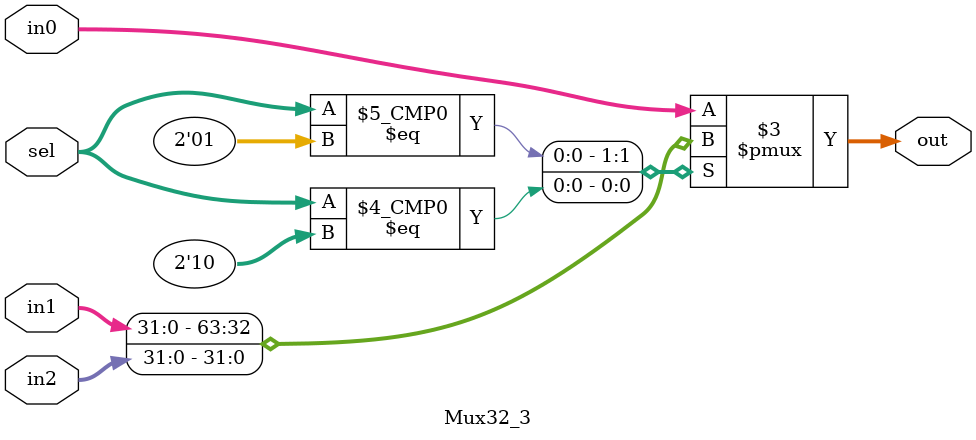
<source format=sv>
module Mux32_3 (input logic [31:0] in0, in1, in2,
                input logic [1:0] sel,
                output logic [31:0] out);

always_comb
    case (sel)
        0:
            out = in0;
        1:
            out = in1;
        2:
            out = in2;
        default:
            out = in0;
    endcase

endmodule: Mux32_3
</source>
